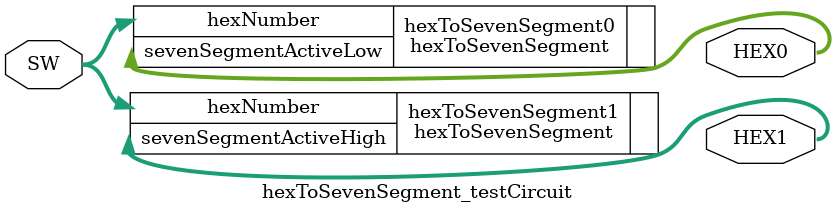
<source format=v>

module hexToSevenSegment_testCircuit
(
	input wire[3:0] SW, 
	output wire[6:0] HEX0, HEX1
);

hexToSevenSegment hexToSevenSegment0 (
						.hexNumber(SW), .sevenSegmentActiveLow(HEX0));
						
hexToSevenSegment hexToSevenSegment1 (
						.hexNumber(SW), .sevenSegmentActiveHigh(HEX1));
						
endmodule						
</source>
